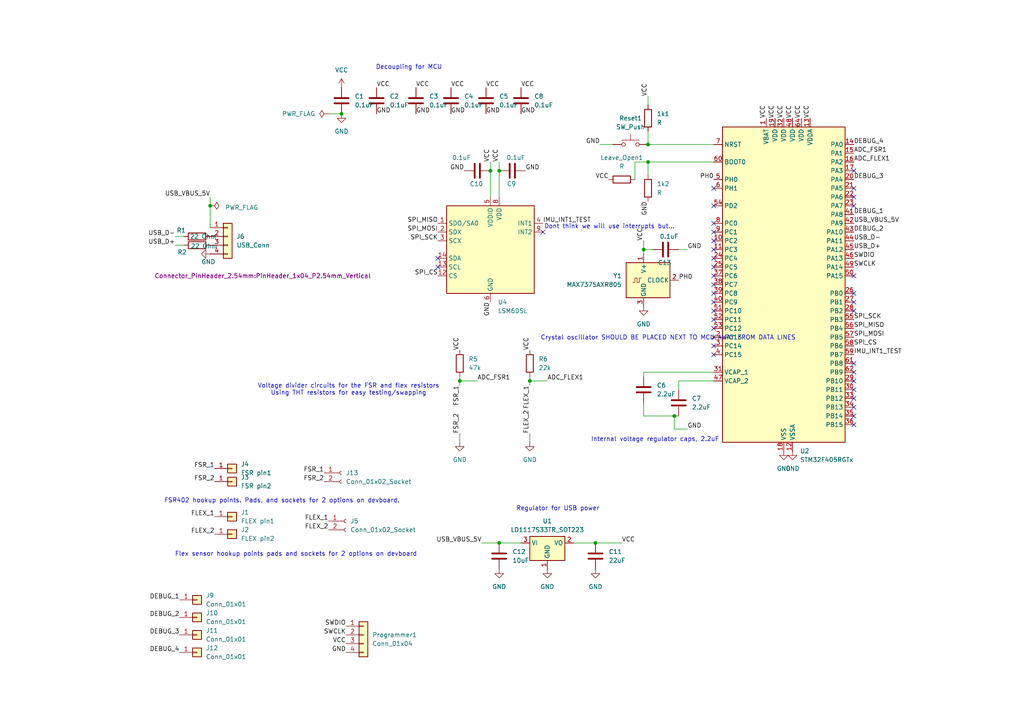
<source format=kicad_sch>
(kicad_sch (version 20250114) (generator "eeschema") (generator_version "9.0")
  (paper "A4")
  (lib_symbols
    (symbol "Connector:Conn_01x02_Socket" (pin_names (offset 1.016) (hide yes))
      (property "Reference" "J" (at 0 2.54 0))
      (property "Value" "Conn_01x02_Socket" (at 0 -5.08 0))
      (symbol "Conn_01x02_Socket_1_1"
        (polyline (pts (xy -1.27 0) (xy -0.508 0)) (stroke (width 0.1524)))
        (polyline (pts (xy -1.27 -2.54) (xy -0.508 -2.54)) (stroke (width 0.1524)))
        (arc (start 0 -0.508) (mid -0.5058 0) (end 0 0.508) (stroke (width 0.1524)))
        (arc (start 0 -3.048) (mid -0.5058 -2.54) (end 0 -2.032) (stroke (width 0.1524)))
        (pin passive line (at -5.08 0 0) (length 3.81) (name "Pin_1") (number "1"))
        (pin passive line (at -5.08 -2.54 0) (length 3.81) (name "Pin_2") (number "2"))
      )
    )
    (symbol "Connector_Generic:Conn_01x01" (pin_names (offset 1.016) (hide yes))
      (property "Reference" "J" (at 0 2.54 0))
      (property "Value" "Conn_01x01" (at 0 -2.54 0))
      (symbol "Conn_01x01_1_1"
        (rectangle (start -1.27 1.27) (end 1.27 -1.27) (stroke (width 0.254)) (fill (type background)))
        (rectangle (start -1.27 0.127) (end 0 -0.127) (stroke (width 0.1524)))
        (pin passive line (at -5.08 0 0) (length 3.81) (name "Pin_1") (number "1"))
      )
    )
    (symbol "Connector_Generic:Conn_01x04" (pin_names (offset 1.016) (hide yes))
      (property "Reference" "J" (at 0 5.08 0))
      (property "Value" "Conn_01x04" (at 0 -7.62 0))
      (symbol "Conn_01x04_1_1"
        (rectangle (start -1.27 3.81) (end 1.27 -6.35) (stroke (width 0.254)) (fill (type background)))
        (rectangle (start -1.27 2.667) (end 0 2.413) (stroke (width 0.1524)))
        (rectangle (start -1.27 0.127) (end 0 -0.127) (stroke (width 0.1524)))
        (rectangle (start -1.27 -2.413) (end 0 -2.667) (stroke (width 0.1524)))
        (rectangle (start -1.27 -4.953) (end 0 -5.207) (stroke (width 0.1524)))
        (pin passive line (at -5.08 2.54 0) (length 3.81) (name "Pin_1") (number "1"))
        (pin passive line (at -5.08 0 0) (length 3.81) (name "Pin_2") (number "2"))
        (pin passive line (at -5.08 -2.54 0) (length 3.81) (name "Pin_3") (number "3"))
        (pin passive line (at -5.08 -5.08 0) (length 3.81) (name "Pin_4") (number "4"))
      )
    )
    (symbol "Device:C" (pin_numbers (hide yes)) (pin_names (offset 0.254))
      (property "Reference" "C" (at 0.635 2.54 0))
      (property "Value" "C" (at 0.635 -2.54 0))
      (symbol "C_0_1"
        (polyline (pts (xy -2.032 0.762) (xy 2.032 0.762)) (stroke (width 0.508)))
        (polyline (pts (xy -2.032 -0.762) (xy 2.032 -0.762)) (stroke (width 0.508)))
      )
      (symbol "C_1_1"
        (pin passive line (at 0 3.81 270) (length 2.794) (name "~") (number "1"))
        (pin passive line (at 0 -3.81 90) (length 2.794) (name "~") (number "2"))
      )
    )
    (symbol "Device:R" (pin_numbers (hide yes)) (pin_names (offset 0))
      (property "Reference" "R" (at 2.032 0 90))
      (property "Value" "R" (at 0 0 90))
      (symbol "R_0_1"
        (rectangle (start -1.016 -2.54) (end 1.016 2.54) (stroke (width 0.254)))
      )
      (symbol "R_1_1"
        (pin passive line (at 0 3.81 270) (length 1.27) (name "~") (number "1"))
        (pin passive line (at 0 -3.81 90) (length 1.27) (name "~") (number "2"))
      )
    )
    (symbol "MCU_ST_STM32F4:STM32F405RGTx"
      (property "Reference" "U" (at -17.78 46.99 0))
      (property "Value" "STM32F405RGTx" (at 10.16 46.99 0))
      (symbol "STM32F405RGTx_0_1"
        (rectangle (start -17.78 -45.72) (end 17.78 45.72) (stroke (width 0.254)) (fill (type background)))
      )
      (symbol "STM32F405RGTx_1_1"
        (pin input line (at -20.32 40.64 0) (length 2.54) (name "NRST") (number "7"))
        (pin input line (at -20.32 35.56 0) (length 2.54) (name "BOOT0") (number "60"))
        (pin bidirectional line (at -20.32 30.48 0) (length 2.54) (name "PH0") (number "5"))
        (pin bidirectional line (at -20.32 27.94 0) (length 2.54) (name "PH1") (number "6"))
        (pin bidirectional line (at -20.32 22.86 0) (length 2.54) (name "PD2") (number "54"))
        (pin bidirectional line (at -20.32 17.78 0) (length 2.54) (name "PC0") (number "8"))
        (pin bidirectional line (at -20.32 15.24 0) (length 2.54) (name "PC1") (number "9"))
        (pin bidirectional line (at -20.32 12.7 0) (length 2.54) (name "PC2") (number "10"))
        (pin bidirectional line (at -20.32 10.16 0) (length 2.54) (name "PC3") (number "11"))
        (pin bidirectional line (at -20.32 7.62 0) (length 2.54) (name "PC4") (number "24"))
        (pin bidirectional line (at -20.32 5.08 0) (length 2.54) (name "PC5") (number "25"))
        (pin bidirectional line (at -20.32 2.54 0) (length 2.54) (name "PC6") (number "37"))
        (pin bidirectional line (at -20.32 0 0) (length 2.54) (name "PC7") (number "38"))
        (pin bidirectional line (at -20.32 -2.54 0) (length 2.54) (name "PC8") (number "39"))
        (pin bidirectional line (at -20.32 -5.08 0) (length 2.54) (name "PC9") (number "40"))
        (pin bidirectional line (at -20.32 -7.62 0) (length 2.54) (name "PC10") (number "51"))
        (pin bidirectional line (at -20.32 -10.16 0) (length 2.54) (name "PC11") (number "52"))
        (pin bidirectional line (at -20.32 -12.7 0) (length 2.54) (name "PC12") (number "53"))
        (pin bidirectional line (at -20.32 -15.24 0) (length 2.54) (name "PC13") (number "2"))
        (pin bidirectional line (at -20.32 -17.78 0) (length 2.54) (name "PC14") (number "3"))
        (pin bidirectional line (at -20.32 -20.32 0) (length 2.54) (name "PC15") (number "4"))
        (pin power_out line (at -20.32 -25.4 0) (length 2.54) (name "VCAP_1") (number "31"))
        (pin power_out line (at -20.32 -27.94 0) (length 2.54) (name "VCAP_2") (number "47"))
        (pin power_in line (at -5.08 48.26 270) (length 2.54) (name "VBAT") (number "1"))
        (pin power_in line (at -2.54 48.26 270) (length 2.54) (name "VDD") (number "19"))
        (pin power_in line (at 0 48.26 270) (length 2.54) (name "VDD") (number "32"))
        (pin power_in line (at 0 -48.26 90) (length 2.54) (name "VSS") (number "18"))
        (pin passive line (at 0 -48.26 90) (length 2.54) (hide yes) (name "VSS") (number "63"))
        (pin power_in line (at 2.54 48.26 270) (length 2.54) (name "VDD") (number "48"))
        (pin power_in line (at 2.54 -48.26 90) (length 2.54) (name "VSSA") (number "12"))
        (pin power_in line (at 5.08 48.26 270) (length 2.54) (name "VDD") (number "64"))
        (pin power_in line (at 7.62 48.26 270) (length 2.54) (name "VDDA") (number "13"))
        (pin bidirectional line (at 20.32 40.64 180) (length 2.54) (name "PA0") (number "14"))
        (pin bidirectional line (at 20.32 38.1 180) (length 2.54) (name "PA1") (number "15"))
        (pin bidirectional line (at 20.32 35.56 180) (length 2.54) (name "PA2") (number "16"))
        (pin bidirectional line (at 20.32 33.02 180) (length 2.54) (name "PA3") (number "17"))
        (pin bidirectional line (at 20.32 30.48 180) (length 2.54) (name "PA4") (number "20"))
        (pin bidirectional line (at 20.32 27.94 180) (length 2.54) (name "PA5") (number "21"))
        (pin bidirectional line (at 20.32 25.4 180) (length 2.54) (name "PA6") (number "22"))
        (pin bidirectional line (at 20.32 22.86 180) (length 2.54) (name "PA7") (number "23"))
        (pin bidirectional line (at 20.32 20.32 180) (length 2.54) (name "PA8") (number "41"))
        (pin bidirectional line (at 20.32 17.78 180) (length 2.54) (name "PA9") (number "42"))
        (pin bidirectional line (at 20.32 15.24 180) (length 2.54) (name "PA10") (number "43"))
        (pin bidirectional line (at 20.32 12.7 180) (length 2.54) (name "PA11") (number "44"))
        (pin bidirectional line (at 20.32 10.16 180) (length 2.54) (name "PA12") (number "45"))
        (pin bidirectional line (at 20.32 7.62 180) (length 2.54) (name "PA13") (number "46"))
        (pin bidirectional line (at 20.32 5.08 180) (length 2.54) (name "PA14") (number "49"))
        (pin bidirectional line (at 20.32 2.54 180) (length 2.54) (name "PA15") (number "50"))
        (pin bidirectional line (at 20.32 -2.54 180) (length 2.54) (name "PB0") (number "26"))
        (pin bidirectional line (at 20.32 -5.08 180) (length 2.54) (name "PB1") (number "27"))
        (pin bidirectional line (at 20.32 -7.62 180) (length 2.54) (name "PB2") (number "28"))
        (pin bidirectional line (at 20.32 -10.16 180) (length 2.54) (name "PB3") (number "55"))
        (pin bidirectional line (at 20.32 -12.7 180) (length 2.54) (name "PB4") (number "56"))
        (pin bidirectional line (at 20.32 -15.24 180) (length 2.54) (name "PB5") (number "57"))
        (pin bidirectional line (at 20.32 -17.78 180) (length 2.54) (name "PB6") (number "58"))
        (pin bidirectional line (at 20.32 -20.32 180) (length 2.54) (name "PB7") (number "59"))
        (pin bidirectional line (at 20.32 -22.86 180) (length 2.54) (name "PB8") (number "61"))
        (pin bidirectional line (at 20.32 -25.4 180) (length 2.54) (name "PB9") (number "62"))
        (pin bidirectional line (at 20.32 -27.94 180) (length 2.54) (name "PB10") (number "29"))
        (pin bidirectional line (at 20.32 -30.48 180) (length 2.54) (name "PB11") (number "30"))
        (pin bidirectional line (at 20.32 -33.02 180) (length 2.54) (name "PB12") (number "33"))
        (pin bidirectional line (at 20.32 -35.56 180) (length 2.54) (name "PB13") (number "34"))
        (pin bidirectional line (at 20.32 -38.1 180) (length 2.54) (name "PB14") (number "35"))
        (pin bidirectional line (at 20.32 -40.64 180) (length 2.54) (name "PB15") (number "36"))
      )
    )
    (symbol "Oscillator:MAX7375AXR805" (pin_names (offset 0.254))
      (property "Reference" "Y" (at -2.54 6.35 0))
      (property "Value" "MAX7375AXR805" (at 1.27 -6.35 0))
      (symbol "MAX7375AXR805_0_1"
        (rectangle (start -5.08 5.08) (end 7.62 -5.08) (stroke (width 0.254)) (fill (type background)))
        (polyline (pts (xy -3.175 -0.635) (xy -2.54 -0.635) (xy -2.54 0.635) (xy -1.905 0.635) (xy -1.905 -0.635) (xy -1.27 -0.635) (xy -1.27 0.635) (xy -0.635 0.635)))
      )
      (symbol "MAX7375AXR805_1_1"
        (pin power_in line (at 0 7.62 270) (length 2.54) (name "V+") (number "1"))
        (pin power_in line (at 0 -7.62 90) (length 2.54) (name "GND") (number "3"))
        (pin output line (at 10.16 0 180) (length 2.54) (name "CLOCK") (number "2"))
      )
    )
    (symbol "Regulator_Linear:LD1117S33TR_SOT223"
      (property "Reference" "U" (at -3.81 3.175 0))
      (property "Value" "LD1117S33TR_SOT223" (at 0 3.175 0))
      (symbol "LD1117S33TR_SOT223_0_1"
        (rectangle (start -5.08 -5.08) (end 5.08 1.905) (stroke (width 0.254)) (fill (type background)))
      )
      (symbol "LD1117S33TR_SOT223_1_1"
        (pin power_in line (at -7.62 0 0) (length 2.54) (name "VI") (number "3"))
        (pin power_in line (at 0 -7.62 90) (length 2.54) (name "GND") (number "1"))
        (pin power_out line (at 7.62 0 180) (length 2.54) (name "VO") (number "2"))
      )
    )
    (symbol "Sensor_Motion:LSM6DSL"
      (property "Reference" "U" (at -11.43 15.24 0))
      (property "Value" "LSM6DSL" (at -11.43 12.7 0))
      (symbol "LSM6DSL_0_1"
        (rectangle (start -12.7 12.7) (end 12.7 -12.7) (stroke (width 0.254)) (fill (type background)))
      )
      (symbol "LSM6DSL_1_1"
        (pin bidirectional line (at -15.24 7.62 0) (length 2.54) (name "SDO/SA0") (number "1"))
        (pin bidirectional line (at -15.24 5.08 0) (length 2.54) (name "SDX") (number "2"))
        (pin input line (at -15.24 2.54 0) (length 2.54) (name "SCX") (number "3"))
        (pin bidirectional line (at -15.24 -2.54 0) (length 2.54) (name "SDA") (number "14"))
        (pin input line (at -15.24 -5.08 0) (length 2.54) (name "SCL") (number "13"))
        (pin input line (at -15.24 -7.62 0) (length 2.54) (name "CS") (number "12"))
        (pin power_in line (at 0 15.24 270) (length 2.54) (name "VDDIO") (number "5"))
        (pin power_in line (at 0 -15.24 90) (length 2.54) (name "GND") (number "6"))
        (pin passive line (at 0 -15.24 90) (length 2.54) (hide yes) (name "GND") (number "7"))
        (pin power_in line (at 2.54 15.24 270) (length 2.54) (name "VDD") (number "8"))
        (pin no_connect line (at 12.7 -2.54 180) (length 3.81) (hide yes) (name "NC") (number "11"))
        (pin no_connect line (at 12.7 -5.08 180) (length 3.81) (hide yes) (name "NC") (number "10"))
        (pin output line (at 15.24 7.62 180) (length 2.54) (name "INT1") (number "4"))
        (pin output line (at 15.24 5.08 180) (length 2.54) (name "INT2") (number "9"))
      )
    )
    (symbol "Switch:SW_Push" (pin_numbers (hide yes)) (pin_names (offset 1.016) (hide yes))
      (property "Reference" "SW" (at 1.27 2.54 0))
      (property "Value" "SW_Push" (at 0 -1.524 0))
      (symbol "SW_Push_0_1"
        (circle (center -2.032 0) (radius 0.508))
        (polyline (pts (xy 0 1.27) (xy 0 3.048)))
        (circle (center 2.032 0) (radius 0.508))
        (polyline (pts (xy 2.54 1.27) (xy -2.54 1.27)))
        (pin passive line (at -5.08 0 0) (length 2.54) (name "1") (number "1"))
        (pin passive line (at 5.08 0 180) (length 2.54) (name "2") (number "2"))
      )
    )
    (symbol "power:+3.3V" (power) (pin_numbers (hide yes)) (pin_names (offset 0) (hide yes))
      (property "Value" "+3.3V" (at 0 3.556 0))
      (symbol "+3.3V_0_1"
        (polyline (pts (xy -0.762 1.27) (xy 0 2.54)))
        (polyline (pts (xy 0 2.54) (xy 0.762 1.27)))
        (polyline (pts (xy 0 0) (xy 0 2.54)))
      )
      (symbol "+3.3V_1_1"
        (pin power_in line (at 0 0 90) (length 0) (name "~") (number "1"))
      )
    )
    (symbol "power:GND" (power) (pin_numbers (hide yes)) (pin_names (offset 0) (hide yes))
      (property "Value" "GND" (at 0 -3.81 0))
      (symbol "GND_0_1"
        (polyline (pts (xy 0 0) (xy 0 -1.27) (xy 1.27 -1.27) (xy 0 -2.54) (xy -1.27 -1.27) (xy 0 -1.27)))
      )
      (symbol "GND_1_1"
        (pin power_in line (at 0 0 270) (length 0) (name "~") (number "1"))
      )
    )
    (symbol "power:PWR_FLAG" (power) (pin_numbers (hide yes)) (pin_names (offset 0) (hide yes))
      (property "Value" "PWR_FLAG" (at 0 3.81 0))
      (symbol "PWR_FLAG_0_0"
        (pin power_out line (at 0 0 90) (length 0) (name "~") (number "1"))
      )
      (symbol "PWR_FLAG_0_1"
        (polyline (pts (xy 0 0) (xy 0 1.27) (xy -1.016 1.905) (xy 0 2.54) (xy 1.016 1.905) (xy 0 1.27)))
      )
    )
  )
  (text "FSR402 hookup points. Pads, and sockets for 2 options on devboard." (at 81.788 145.288 0) (effects (font (size 1.27 1.27))))
  (text "Regulator for USB power" (at 161.798 147.574 0) (effects (font (size 1.27 1.27))))
  (text "Internal voltage regulator caps, 2.2uF" (at 189.992 127.508 0) (effects (font (size 1.27 1.27))))
  (text "Decoupling for MCU\n" (at 118.618 19.558 0) (effects (font (size 1.27 1.27))))
  (text "Crystal oscillator SHOULD BE PLACED NEXT TO MCU AWAY FROM DATA LINES\n" (at 193.802 98.044 0) (effects (font (size 1.27 1.27))))
  (text "Voltage divider circuits for the FSR and flex resistors\nUsing THT resistors for easy testing/swapping" (at 101.092 113.03 0) (effects (font (size 1.27 1.27))))
  (text "Dont think we will use interrupts but...\n" (at 176.784 65.786 0) (effects (font (size 1.27 1.27))))
  (text "Flex sensor hookup points pads and sockets for 2 options on devboard" (at 85.852 160.782 0) (effects (font (size 1.27 1.27))))
  (junction (at 187.96 46.99))
  (junction (at 186.69 72.39))
  (junction (at 172.72 157.48))
  (junction (at 144.78 157.48))
  (junction (at 187.96 41.91))
  (junction (at 133.35 110.49))
  (junction (at 142.24 49.53))
  (junction (at 144.78 49.53))
  (junction (at 195.58 120.65))
  (junction (at 60.96 59.69))
  (junction (at 153.67 110.49))
  (junction (at 99.06 33.02))
  (no_connect (at 207.01 54.61))
  (no_connect (at 247.65 87.63))
  (no_connect (at 127 74.93))
  (no_connect (at 207.01 80.01))
  (no_connect (at 247.65 110.49))
  (no_connect (at 247.65 80.01))
  (no_connect (at 247.65 105.41))
  (no_connect (at 247.65 59.69))
  (no_connect (at 207.01 85.09))
  (no_connect (at 247.65 118.11))
  (no_connect (at 207.01 92.71))
  (no_connect (at 207.01 64.77))
  (no_connect (at 247.65 54.61))
  (no_connect (at 207.01 100.33))
  (no_connect (at 247.65 123.19))
  (no_connect (at 207.01 74.93))
  (no_connect (at 207.01 82.55))
  (no_connect (at 207.01 90.17))
  (no_connect (at 207.01 102.87))
  (no_connect (at 207.01 87.63))
  (no_connect (at 247.65 57.15))
  (no_connect (at 247.65 120.65))
  (no_connect (at 207.01 59.69))
  (no_connect (at 247.65 90.17))
  (no_connect (at 207.01 69.85))
  (no_connect (at 247.65 115.57))
  (no_connect (at 157.48 67.31))
  (no_connect (at 207.01 95.25))
  (no_connect (at 247.65 107.95))
  (no_connect (at 207.01 97.79))
  (no_connect (at 247.65 113.03))
  (no_connect (at 207.01 67.31))
  (no_connect (at 127 77.47))
  (no_connect (at 207.01 77.47))
  (no_connect (at 207.01 72.39))
  (no_connect (at 247.65 85.09))
  (no_connect (at 247.65 49.53))
  (wire (pts (xy 153.67 128.27) (xy 153.67 125.73)))
  (wire (pts (xy 50.8 71.12) (xy 53.34 71.12)))
  (wire (pts (xy 186.69 69.85) (xy 186.69 72.39)))
  (wire (pts (xy 50.8 68.58) (xy 53.34 68.58)))
  (wire (pts (xy 153.67 110.49) (xy 158.75 110.49)))
  (wire (pts (xy 142.24 46.99) (xy 142.24 49.53)))
  (wire (pts (xy 186.69 116.84) (xy 186.69 120.65)))
  (wire (pts (xy 196.85 110.49) (xy 196.85 113.03)))
  (wire (pts (xy 186.69 107.95) (xy 207.01 107.95)))
  (wire (pts (xy 184.15 46.99) (xy 187.96 46.99)))
  (wire (pts (xy 196.85 72.39) (xy 199.39 72.39)))
  (wire (pts (xy 133.35 128.27) (xy 133.35 125.73)))
  (wire (pts (xy 133.35 110.49) (xy 133.35 109.22)))
  (wire (pts (xy 144.78 46.99) (xy 144.78 49.53)))
  (wire (pts (xy 153.67 110.49) (xy 153.67 109.22)))
  (wire (pts (xy 133.35 110.49) (xy 138.43 110.49)))
  (wire (pts (xy 180.34 157.48) (xy 172.72 157.48)))
  (wire (pts (xy 195.58 120.65) (xy 196.85 120.65)))
  (wire (pts (xy 187.96 38.1) (xy 187.96 41.91)))
  (wire (pts (xy 173.99 41.91) (xy 177.8 41.91)))
  (wire (pts (xy 199.39 124.46) (xy 195.58 124.46)))
  (wire (pts (xy 187.96 27.94) (xy 187.96 30.48)))
  (wire (pts (xy 195.58 124.46) (xy 195.58 120.65)))
  (wire (pts (xy 186.69 72.39) (xy 186.69 73.66)))
  (wire (pts (xy 60.96 59.69) (xy 60.96 66.04)))
  (wire (pts (xy 186.69 120.65) (xy 195.58 120.65)))
  (wire (pts (xy 153.67 111.76) (xy 153.67 110.49)))
  (wire (pts (xy 142.24 49.53) (xy 142.24 57.15)))
  (wire (pts (xy 139.7 157.48) (xy 144.78 157.48)))
  (wire (pts (xy 172.72 157.48) (xy 166.37 157.48)))
  (wire (pts (xy 144.78 157.48) (xy 151.13 157.48)))
  (wire (pts (xy 186.69 109.22) (xy 186.69 107.95)))
  (wire (pts (xy 187.96 46.99) (xy 187.96 50.8)))
  (wire (pts (xy 60.96 57.15) (xy 60.96 59.69)))
  (wire (pts (xy 189.23 72.39) (xy 186.69 72.39)))
  (wire (pts (xy 187.96 41.91) (xy 207.01 41.91)))
  (wire (pts (xy 187.96 46.99) (xy 207.01 46.99)))
  (wire (pts (xy 95.25 33.02) (xy 99.06 33.02)))
  (wire (pts (xy 196.85 110.49) (xy 207.01 110.49)))
  (wire (pts (xy 144.78 49.53) (xy 144.78 57.15)))
  (wire (pts (xy 184.15 46.99) (xy 184.15 52.07)))
  (wire (pts (xy 133.35 111.76) (xy 133.35 110.49)))
  (label "VCC" (at 234.95 34.29 90))
  (label "FSR_1" (at 133.35 111.76 270))
  (label "FLEX_1" (at 62.23 149.86 180))
  (label "DEBUG_4" (at 247.65 41.91 0))
  (label "GND" (at 151.13 33.02 0))
  (label "PH0" (at 196.85 81.28 0))
  (label "VCC" (at 229.87 34.29 90))
  (label "USB_D-" (at 50.8 68.58 180))
  (label "ADC_FSR1" (at 138.43 110.49 0))
  (label "DEBUG_1" (at 247.65 62.23 0))
  (label "IMU_INT1_TEST" (at 157.48 64.77 0))
  (label "DEBUG_3" (at 247.65 52.07 0))
  (label "SWCLK" (at 247.65 77.47 0))
  (label "USB_D+" (at 50.8 71.12 180))
  (label "GND" (at 130.81 33.02 0))
  (label "ADC_FSR1" (at 247.65 44.45 0))
  (label "VCC" (at 133.35 101.6 90))
  (label "VCC" (at 187.96 27.94 90))
  (label "FLEX_2" (at 153.67 125.73 90))
  (label "USB_D-" (at 247.65 69.85 0))
  (label "SPI_CS" (at 127 80.01 180))
  (label "VCC" (at 109.22 25.4 0))
  (label "FSR_2" (at 93.98 139.7 180))
  (label "DEBUG_4" (at 52.07 189.23 180))
  (label "SPI_MOSI" (at 127 67.31 180))
  (label "SPI_MISO" (at 247.65 95.25 0))
  (label "GND" (at 120.65 33.02 0))
  (label "GND" (at 152.4 49.53 0))
  (label "FLEX_1" (at 153.67 111.76 270))
  (label "VCC" (at 151.13 25.4 0))
  (label "VCC" (at 100.33 186.69 180))
  (label "VCC" (at 140.97 25.4 0))
  (label "SPI_CS" (at 247.65 100.33 0))
  (label "VCC" (at 144.78 46.99 90))
  (label "GND" (at 140.97 33.02 0))
  (label "GND" (at 199.39 72.39 0))
  (label "VCC" (at 120.65 25.4 0))
  (label "FLEX_1" (at 95.25 151.13 180))
  (label "FSR_2" (at 62.23 139.7 180))
  (label "USB_VBUS_5V" (at 60.96 57.15 180))
  (label "VCC" (at 153.67 101.6 90))
  (label "VCC" (at 176.53 52.07 180))
  (label "GND" (at 187.96 58.42 270))
  (label "SPI_SCK" (at 127 69.85 180))
  (label "SWDIO" (at 100.33 181.61 180))
  (label "ADC_FLEX1" (at 158.75 110.49 0))
  (label "VCC" (at 222.25 34.29 90))
  (label "DEBUG_3" (at 52.07 184.15 180))
  (label "USB_D+" (at 247.65 72.39 0))
  (label "FSR_1" (at 93.98 137.16 180))
  (label "VCC" (at 180.34 157.48 0))
  (label "PH0" (at 207.01 52.07 180))
  (label "GND" (at 173.99 41.91 180))
  (label "VCC" (at 142.24 46.99 90))
  (label "DEBUG_1" (at 52.07 173.99 180))
  (label "VCC" (at 186.69 69.85 90))
  (label "GND" (at 134.62 49.53 180))
  (label "FSR_1" (at 62.23 135.89 180))
  (label "IMU_INT1_TEST" (at 247.65 102.87 0))
  (label "DEBUG_2" (at 247.65 67.31 0))
  (label "FSR_2" (at 133.35 125.73 90))
  (label "GND" (at 109.22 33.02 0))
  (label "USB_VBUS_5V" (at 247.65 64.77 0))
  (label "FLEX_2" (at 95.25 153.67 180))
  (label "GND" (at 199.39 124.46 0))
  (label "SWDIO" (at 247.65 74.93 0))
  (label "DEBUG_2" (at 52.07 179.07 180))
  (label "FLEX_2" (at 62.23 154.94 180))
  (label "VCC" (at 227.33 34.29 90))
  (label "VCC" (at 130.81 25.4 0))
  (label "GND" (at 142.24 87.63 270))
  (label "GND" (at 100.33 189.23 180))
  (label "SPI_MOSI" (at 247.65 97.79 0))
  (label "SPI_SCK" (at 247.65 92.71 0))
  (label "SWCLK" (at 100.33 184.15 180))
  (label "VCC" (at 232.41 34.29 90))
  (label "USB_VBUS_5V" (at 139.7 157.48 180))
  (label "ADC_FLEX1" (at 247.65 46.99 0))
  (label "SPI_MISO" (at 127 64.77 180))
  (label "VCC" (at 224.79 34.29 90))
  (symbol (lib_id "power:GND") (at 133.35 128.27 0) (unit 1)
    (property "Reference" "#PWR09" (effects (hide yes)))
    (property "Value" "GND" (at 133.35 133.35 0))
    (property "Description" "Power symbol creates a global label with name \"GND\" , ground" (effects (hide yes)))
  )
  (symbol (lib_id "Device:C") (at 99.06 29.21 0) (unit 1)
    (property "Reference" "C1" (at 102.87 27.9399 0) (effects (justify left)))
    (property "Value" "0.1uF" (at 102.87 30.4799 0) (effects (justify left)))
    (property "Footprint" "Capacitor_SMD:C_0603_1608Metric_Pad1.08x0.95mm_HandSolder" (effects (hide yes)))
    (property "Description" "Unpolarized capacitor" (effects (hide yes)))
  )
  (symbol (lib_id "power:GND") (at 144.78 165.1 0) (unit 1)
    (property "Reference" "#PWR05" (effects (hide yes)))
    (property "Value" "GND" (at 144.78 170.18 0))
    (property "Description" "Power symbol creates a global label with name \"GND\" , ground" (effects (hide yes)))
  )
  (symbol (lib_id "power:GND") (at 60.96 73.66 270) (unit 1)
    (property "Reference" "#PWR03" (effects (hide yes)))
    (property "Value" "GND" (at 62.484 75.946 90) (effects (justify right)))
    (property "Description" "Power symbol creates a global label with name \"GND\" , ground" (effects (hide yes)))
  )
  (symbol (lib_id "Oscillator:MAX7375AXR805") (at 186.69 81.28 0) (unit 1)
    (property "Reference" "Y1" (at 180.34 80.0099 0) (effects (justify right)))
    (property "Value" "MAX7375AXR805" (at 180.34 82.5499 0) (effects (justify right)))
    (property "Footprint" "Package_TO_SOT_SMD:SOT-323_SC-70" (effects (hide yes)))
    (property "Datasheet" "https://datasheets.maximintegrated.com/en/ds/MAX7375.pdf" (effects (hide yes)))
    (property "Description" "Silicon Clock Oscillator 8MHz, SC-70-3" (effects (hide yes)))
  )
  (symbol (lib_id "power:GND") (at 158.75 165.1 0) (unit 1)
    (property "Reference" "#PWR04" (effects (hide yes)))
    (property "Value" "GND" (at 158.75 170.18 0))
    (property "Description" "Power symbol creates a global label with name \"GND\" , ground" (effects (hide yes)))
  )
  (symbol (lib_id "Connector_Generic:Conn_01x01") (at 67.31 154.94 0) (unit 1)
    (property "Reference" "J2" (at 69.85 153.6699 0) (effects (justify left)))
    (property "Value" "FLEX pin2" (at 69.85 156.2099 0) (effects (justify left)))
    (property "Footprint" "TestPoint:TestPoint_Pad_1.5x1.5mm" (effects (hide yes)))
    (property "Description" "Generic connector, single row, 01x01, script generated (kicad-library-utils/schlib/autogen/connector/)" (effects (hide yes)))
  )
  (symbol (lib_id "power:GND") (at 186.69 88.9 0) (unit 1)
    (property "Reference" "#PWR011" (effects (hide yes)))
    (property "Value" "GND" (at 186.69 93.98 0))
    (property "Description" "Power symbol creates a global label with name \"GND\" , ground" (effects (hide yes)))
  )
  (symbol (lib_id "Connector_Generic:Conn_01x04") (at 105.41 184.15 0) (unit 1)
    (property "Reference" "Programmer1" (at 107.95 184.1499 0) (effects (justify left)))
    (property "Value" "Conn_01x04" (at 107.95 186.6899 0) (effects (justify left)))
    (property "Footprint" "Connector_PinHeader_2.54mm:PinHeader_1x04_P2.54mm_Vertical" (effects (hide yes)))
    (property "Description" "Generic connector, single row, 01x04, script generated (kicad-library-utils/schlib/autogen/connector/)" (effects (hide yes)))
  )
  (symbol (lib_id "Connector_Generic:Conn_01x01") (at 67.31 135.89 0) (unit 1)
    (property "Reference" "J4" (at 69.85 134.6199 0) (effects (justify left)))
    (property "Value" "FSR pin1" (at 69.85 137.1599 0) (effects (justify left)))
    (property "Footprint" "TestPoint:TestPoint_Pad_1.5x1.5mm" (effects (hide yes)))
    (property "Description" "Generic connector, single row, 01x01, script generated (kicad-library-utils/schlib/autogen/connector/)" (effects (hide yes)))
  )
  (symbol (lib_id "Device:R") (at 180.34 52.07 270) (unit 1)
    (property "Reference" "Leave_Open1" (at 180.34 45.72 90))
    (property "Value" "R" (at 180.34 48.26 90))
    (property "Footprint" "Resistor_THT:R_Axial_DIN0204_L3.6mm_D1.6mm_P7.62mm_Horizontal" (effects (hide yes)))
    (property "Description" "Resistor" (effects (hide yes)))
  )
  (symbol (lib_id "Connector_Generic:Conn_01x01") (at 57.15 173.99 0) (unit 1)
    (property "Reference" "J9" (at 59.69 172.7199 0) (effects (justify left)))
    (property "Value" "Conn_01x01" (at 59.69 175.2599 0) (effects (justify left)))
    (property "Footprint" "TestPoint:TestPoint_Pad_1.5x1.5mm" (effects (hide yes)))
    (property "Description" "Generic connector, single row, 01x01, script generated (kicad-library-utils/schlib/autogen/connector/)" (effects (hide yes)))
  )
  (symbol (lib_id "power:PWR_FLAG") (at 95.25 33.02 90) (unit 1)
    (property "Reference" "#FLG02" (effects (hide yes)))
    (property "Value" "PWR_FLAG" (at 91.44 33.0199 90) (effects (justify left)))
    (property "Description" "Special symbol for telling ERC where power comes from" (effects (hide yes)))
  )
  (symbol (lib_id "Connector_Generic:Conn_01x01") (at 67.31 139.7 0) (unit 1)
    (property "Reference" "J3" (at 69.85 138.4299 0) (effects (justify left)))
    (property "Value" "FSR pin2" (at 69.85 140.9699 0) (effects (justify left)))
    (property "Footprint" "TestPoint:TestPoint_Pad_1.5x1.5mm" (effects (hide yes)))
    (property "Description" "Generic connector, single row, 01x01, script generated (kicad-library-utils/schlib/autogen/connector/)" (effects (hide yes)))
  )
  (symbol (lib_id "Device:R") (at 57.15 71.12 90) (unit 1)
    (property "Reference" "R2" (at 52.832 73.152 90))
    (property "Value" "22 Ohm" (at 59.182 71.374 90))
    (property "Footprint" "Capacitor_SMD:C_0603_1608Metric_Pad1.08x0.95mm_HandSolder" (effects (hide yes)))
    (property "Description" "Resistor" (effects (hide yes)))
  )
  (symbol (lib_id "power:PWR_FLAG") (at 60.96 59.69 270) (unit 1)
    (property "Reference" "#FLG03" (effects (hide yes)))
    (property "Value" "PWR_FLAG" (at 70.104 60.198 90))
    (property "Description" "Special symbol for telling ERC where power comes from" (effects (hide yes)))
  )
  (symbol (lib_id "Device:R") (at 187.96 34.29 0) (unit 1)
    (property "Reference" "1k1" (at 190.5 33.0199 0) (effects (justify left)))
    (property "Value" "R" (at 190.5 35.5599 0) (effects (justify left)))
    (property "Footprint" "Resistor_SMD:R_0603_1608Metric_Pad0.98x0.95mm_HandSolder" (effects (hide yes)))
    (property "Description" "Resistor" (effects (hide yes)))
  )
  (symbol (lib_id "Device:C") (at 130.81 29.21 0) (unit 1)
    (property "Reference" "C4" (at 134.62 27.9399 0) (effects (justify left)))
    (property "Value" "0.1uF" (at 134.62 30.4799 0) (effects (justify left)))
    (property "Footprint" "Capacitor_SMD:C_0603_1608Metric_Pad1.08x0.95mm_HandSolder" (effects (hide yes)))
    (property "Description" "Unpolarized capacitor" (effects (hide yes)))
  )
  (symbol (lib_id "Device:C") (at 172.72 161.29 0) (unit 1)
    (property "Reference" "C11" (at 176.53 160.0199 0) (effects (justify left)))
    (property "Value" "22uF" (at 176.53 162.5599 0) (effects (justify left)))
    (property "Footprint" "Capacitor_SMD:C_0603_1608Metric_Pad1.08x0.95mm_HandSolder" (effects (hide yes)))
    (property "Description" "Unpolarized capacitor" (effects (hide yes)))
  )
  (symbol (lib_id "Connector:Conn_01x02_Socket") (at 100.33 151.13 0) (unit 1)
    (property "Reference" "J5" (at 101.6 151.1299 0) (effects (justify left)))
    (property "Value" "Conn_01x02_Socket" (at 101.6 153.6699 0) (effects (justify left)))
    (property "Footprint" "Connector_PinHeader_2.54mm:PinHeader_1x02_P2.54mm_Vertical" (effects (hide yes)))
    (property "Description" "Generic connector, single row, 01x02, script generated" (effects (hide yes)))
  )
  (symbol (lib_id "power:+3.3V") (at 99.06 25.4 0) (unit 1)
    (property "Reference" "#PWR01" (effects (hide yes)))
    (property "Value" "VCC" (at 99.06 20.32 0))
    (property "Description" "Power symbol creates a global label with name \"+3.3V\"" (effects (hide yes)))
  )
  (symbol (lib_id "Connector_Generic:Conn_01x04") (at 66.04 68.58 0) (unit 1)
    (property "Reference" "J6" (at 68.58 68.5799 0) (effects (justify left)))
    (property "Value" "USB_Conn" (at 68.58 71.1199 0) (effects (justify left)))
    (property "Footprint" "Connector_PinHeader_2.54mm:PinHeader_1x04_P2.54mm_Vertical" (at 76.2 80.01 0))
    (property "Description" "Generic connector, single row, 01x04, script generated (kicad-library-utils/schlib/autogen/connector/)" (effects (hide yes)))
  )
  (symbol (lib_id "Device:R") (at 133.35 105.41 0) (unit 1)
    (property "Reference" "R5" (at 135.89 104.1399 0) (effects (justify left)))
    (property "Value" "47k" (at 135.89 106.6799 0) (effects (justify left)))
    (property "Footprint" "Resistor_THT:R_Axial_DIN0207_L6.3mm_D2.5mm_P10.16mm_Horizontal" (effects (hide yes)))
    (property "Description" "Resistor" (effects (hide yes)))
  )
  (symbol (lib_id "Device:C") (at 186.69 113.03 0) (unit 1)
    (property "Reference" "C6" (at 190.5 111.7599 0) (effects (justify left)))
    (property "Value" "2.2uF" (at 190.5 114.2999 0) (effects (justify left)))
    (property "Footprint" "Capacitor_SMD:C_0603_1608Metric_Pad1.08x0.95mm_HandSolder" (effects (hide yes)))
    (property "Description" "Unpolarized capacitor" (effects (hide yes)))
  )
  (symbol (lib_id "Device:R") (at 187.96 54.61 0) (unit 1)
    (property "Reference" "1k2" (at 190.5 53.3399 0) (effects (justify left)))
    (property "Value" "R" (at 190.5 55.8799 0) (effects (justify left)))
    (property "Footprint" "Resistor_SMD:R_0603_1608Metric_Pad0.98x0.95mm_HandSolder" (effects (hide yes)))
    (property "Description" "Resistor" (effects (hide yes)))
  )
  (symbol (lib_id "power:GND") (at 227.33 130.81 0) (unit 1)
    (property "Reference" "#PWR07" (effects (hide yes)))
    (property "Value" "GND" (at 227.33 135.89 0))
    (property "Description" "Power symbol creates a global label with name \"GND\" , ground" (effects (hide yes)))
  )
  (symbol (lib_id "Connector_Generic:Conn_01x01") (at 57.15 189.23 0) (unit 1)
    (property "Reference" "J12" (at 59.69 187.9599 0) (effects (justify left)))
    (property "Value" "Conn_01x01" (at 59.69 190.4999 0) (effects (justify left)))
    (property "Footprint" "TestPoint:TestPoint_Pad_1.5x1.5mm" (effects (hide yes)))
    (property "Description" "Generic connector, single row, 01x01, script generated (kicad-library-utils/schlib/autogen/connector/)" (effects (hide yes)))
  )
  (symbol (lib_id "Device:C") (at 109.22 29.21 0) (unit 1)
    (property "Reference" "C2" (at 113.03 27.9399 0) (effects (justify left)))
    (property "Value" "0.1uF" (at 113.03 30.4799 0) (effects (justify left)))
    (property "Footprint" "Capacitor_SMD:C_0603_1608Metric_Pad1.08x0.95mm_HandSolder" (effects (hide yes)))
    (property "Description" "Unpolarized capacitor" (effects (hide yes)))
  )
  (symbol (lib_id "Device:C") (at 151.13 29.21 0) (unit 1)
    (property "Reference" "C8" (at 154.94 27.9399 0) (effects (justify left)))
    (property "Value" "0.1uF" (at 154.94 30.4799 0) (effects (justify left)))
    (property "Footprint" "Capacitor_SMD:C_0603_1608Metric_Pad1.08x0.95mm_HandSolder" (effects (hide yes)))
    (property "Description" "Unpolarized capacitor" (effects (hide yes)))
  )
  (symbol (lib_id "Device:C") (at 196.85 116.84 0) (unit 1)
    (property "Reference" "C7" (at 200.66 115.5699 0) (effects (justify left)))
    (property "Value" "2.2uF" (at 200.66 118.1099 0) (effects (justify left)))
    (property "Footprint" "Capacitor_SMD:C_0603_1608Metric_Pad1.08x0.95mm_HandSolder" (effects (hide yes)))
    (property "Description" "Unpolarized capacitor" (effects (hide yes)))
  )
  (symbol (lib_id "power:GND") (at 99.06 33.02 0) (unit 1)
    (property "Reference" "#PWR02" (effects (hide yes)))
    (property "Value" "GND" (at 99.06 38.1 0))
    (property "Description" "Power symbol creates a global label with name \"GND\" , ground" (effects (hide yes)))
  )
  (symbol (lib_id "Connector_Generic:Conn_01x01") (at 67.31 149.86 0) (unit 1)
    (property "Reference" "J1" (at 69.85 148.5899 0) (effects (justify left)))
    (property "Value" "FLEX pin1" (at 69.85 151.1299 0) (effects (justify left)))
    (property "Footprint" "TestPoint:TestPoint_Pad_1.5x1.5mm" (effects (hide yes)))
    (property "Description" "Generic connector, single row, 01x01, script generated (kicad-library-utils/schlib/autogen/connector/)" (effects (hide yes)))
  )
  (symbol (lib_id "power:GND") (at 229.87 130.81 0) (unit 1)
    (property "Reference" "#PWR08" (effects (hide yes)))
    (property "Value" "GND" (at 229.87 135.89 0))
    (property "Description" "Power symbol creates a global label with name \"GND\" , ground" (effects (hide yes)))
  )
  (symbol (lib_id "Connector:Conn_01x02_Socket") (at 99.06 137.16 0) (unit 1)
    (property "Reference" "J13" (at 100.33 137.1599 0) (effects (justify left)))
    (property "Value" "Conn_01x02_Socket" (at 100.33 139.6999 0) (effects (justify left)))
    (property "Footprint" "Connector_PinHeader_2.54mm:PinHeader_1x02_P2.54mm_Vertical" (effects (hide yes)))
    (property "Description" "Generic connector, single row, 01x02, script generated" (effects (hide yes)))
  )
  (symbol (lib_id "Regulator_Linear:LD1117S33TR_SOT223") (at 158.75 157.48 0) (unit 1)
    (property "Reference" "U1" (at 158.75 151.13 0))
    (property "Value" "LD1117S33TR_SOT223" (at 158.75 153.67 0))
    (property "Footprint" "Package_TO_SOT_SMD:SOT-223-3_TabPin2" (effects (hide yes)))
    (property "Datasheet" "http://www.st.com/st-web-ui/static/active/en/resource/technical/document/datasheet/CD00000544.pdf" (effects (hide yes)))
    (property "Description" "800mA Fixed Low Drop Positive Voltage Regulator, Fixed Output 3.3V, SOT-223" (effects (hide yes)))
  )
  (symbol (lib_id "MCU_ST_STM32F4:STM32F405RGTx") (at 227.33 82.55 0) (unit 1)
    (property "Reference" "U2" (at 232.0133 130.81 0) (effects (justify left)))
    (property "Value" "STM32F405RGTx" (at 232.0133 133.35 0) (effects (justify left)))
    (property "Footprint" "Package_QFP:LQFP-64_10x10mm_P0.5mm" (effects (hide yes)))
    (property "Datasheet" "https://www.st.com/resource/en/datasheet/stm32f405rg.pdf" (effects (hide yes)))
    (property "Description" "STMicroelectronics Arm Cortex-M4 MCU, 1024KB flash, 192KB RAM, 168 MHz, 1.8-3.6V, 51 GPIO, LQFP64" (effects (hide yes)))
  )
  (symbol (lib_id "Device:C") (at 140.97 29.21 0) (unit 1)
    (property "Reference" "C5" (at 144.78 27.9399 0) (effects (justify left)))
    (property "Value" "0.1uF" (at 144.78 30.4799 0) (effects (justify left)))
    (property "Footprint" "Capacitor_SMD:C_0603_1608Metric_Pad1.08x0.95mm_HandSolder" (effects (hide yes)))
    (property "Description" "Unpolarized capacitor" (effects (hide yes)))
  )
  (symbol (lib_id "Device:C") (at 144.78 161.29 0) (unit 1)
    (property "Reference" "C12" (at 148.59 160.0199 0) (effects (justify left)))
    (property "Value" "10uF" (at 148.59 162.5599 0) (effects (justify left)))
    (property "Footprint" "Capacitor_SMD:C_0603_1608Metric_Pad1.08x0.95mm_HandSolder" (effects (hide yes)))
    (property "Description" "Unpolarized capacitor" (effects (hide yes)))
  )
  (symbol (lib_id "Device:C") (at 138.43 49.53 90) (unit 1)
    (property "Reference" "C10" (at 138.176 53.34 90))
    (property "Value" "0.1uF" (at 133.858 45.72 90))
    (property "Footprint" "Capacitor_SMD:C_0603_1608Metric_Pad1.08x0.95mm_HandSolder" (effects (hide yes)))
    (property "Description" "Unpolarized capacitor" (effects (hide yes)))
  )
  (symbol (lib_id "Connector_Generic:Conn_01x01") (at 57.15 184.15 0) (unit 1)
    (property "Reference" "J11" (at 59.69 182.8799 0) (effects (justify left)))
    (property "Value" "Conn_01x01" (at 59.69 185.4199 0) (effects (justify left)))
    (property "Footprint" "TestPoint:TestPoint_Pad_1.5x1.5mm" (effects (hide yes)))
    (property "Description" "Generic connector, single row, 01x01, script generated (kicad-library-utils/schlib/autogen/connector/)" (effects (hide yes)))
  )
  (symbol (lib_id "Device:C") (at 120.65 29.21 0) (unit 1)
    (property "Reference" "C3" (at 124.46 27.9399 0) (effects (justify left)))
    (property "Value" "0.1uF" (at 124.46 30.4799 0) (effects (justify left)))
    (property "Footprint" "Capacitor_SMD:C_0603_1608Metric_Pad1.08x0.95mm_HandSolder" (effects (hide yes)))
    (property "Description" "Unpolarized capacitor" (effects (hide yes)))
  )
  (symbol (lib_id "Switch:SW_Push") (at 182.88 41.91 0) (unit 1)
    (property "Reference" "Reset1" (at 182.88 34.29 0))
    (property "Value" "SW_Push" (at 182.88 36.83 0))
    (property "Footprint" "Button_Switch_THT:SW_PUSH_6mm_H4.3mm" (effects (hide yes)))
    (property "Description" "Push button switch, generic, two pins" (effects (hide yes)))
  )
  (symbol (lib_id "Device:C") (at 148.59 49.53 90) (unit 1)
    (property "Reference" "C9" (at 148.336 53.34 90))
    (property "Value" "0.1uF" (at 149.606 45.72 90))
    (property "Footprint" "Capacitor_SMD:C_0603_1608Metric_Pad1.08x0.95mm_HandSolder" (effects (hide yes)))
    (property "Description" "Unpolarized capacitor" (effects (hide yes)))
  )
  (symbol (lib_id "power:GND") (at 153.67 128.27 0) (unit 1)
    (property "Reference" "#PWR010" (effects (hide yes)))
    (property "Value" "GND" (at 153.67 133.35 0))
    (property "Description" "Power symbol creates a global label with name \"GND\" , ground" (effects (hide yes)))
  )
  (symbol (lib_id "Connector_Generic:Conn_01x01") (at 57.15 179.07 0) (unit 1)
    (property "Reference" "J10" (at 59.69 177.7999 0) (effects (justify left)))
    (property "Value" "Conn_01x01" (at 59.69 180.3399 0) (effects (justify left)))
    (property "Footprint" "TestPoint:TestPoint_Pad_1.5x1.5mm" (effects (hide yes)))
    (property "Description" "Generic connector, single row, 01x01, script generated (kicad-library-utils/schlib/autogen/connector/)" (effects (hide yes)))
  )
  (symbol (lib_id "Device:R") (at 57.15 68.58 90) (unit 1)
    (property "Reference" "R1" (at 52.578 66.802 90))
    (property "Value" "22 Ohm" (at 58.928 68.58 90))
    (property "Footprint" "Capacitor_SMD:C_0603_1608Metric_Pad1.08x0.95mm_HandSolder" (effects (hide yes)))
    (property "Description" "Resistor" (effects (hide yes)))
  )
  (symbol (lib_id "Device:R") (at 153.67 105.41 0) (unit 1)
    (property "Reference" "R6" (at 156.21 104.1399 0) (effects (justify left)))
    (property "Value" "22k" (at 156.21 106.6799 0) (effects (justify left)))
    (property "Footprint" "Resistor_THT:R_Axial_DIN0207_L6.3mm_D2.5mm_P10.16mm_Horizontal" (effects (hide yes)))
    (property "Description" "Resistor" (effects (hide yes)))
  )
  (symbol (lib_id "Sensor_Motion:LSM6DSL") (at 142.24 72.39 0) (unit 1)
    (property "Reference" "U4" (at 144.3833 87.63 0) (effects (justify left)))
    (property "Value" "LSM6DSL" (at 144.3833 90.17 0) (effects (justify left)))
    (property "Footprint" "Package_LGA:LGA-14_3x2.5mm_P0.5mm_LayoutBorder3x4y" (effects (hide yes)))
    (property "Datasheet" "https://www.st.com/resource/en/datasheet/lsm6dsl.pdf" (effects (hide yes)))
    (property "Description" "I2C/SPI, iNEMO inertial module: always-on 3D accelerometer and 3D gyroscope, 1.71V to 3.6V VCC" (effects (hide yes)))
  )
  (symbol (lib_id "power:GND") (at 172.72 165.1 0) (unit 1)
    (property "Reference" "#PWR06" (effects (hide yes)))
    (property "Value" "GND" (at 172.72 170.18 0))
    (property "Description" "Power symbol creates a global label with name \"GND\" , ground" (effects (hide yes)))
  )
  (symbol (lib_id "Device:C") (at 193.04 72.39 90) (unit 1)
    (property "Reference" "C13" (at 192.786 76.2 90))
    (property "Value" "0.1uF" (at 194.056 68.58 90))
    (property "Footprint" "Capacitor_SMD:C_0603_1608Metric_Pad1.08x0.95mm_HandSolder" (effects (hide yes)))
    (property "Description" "Unpolarized capacitor" (effects (hide yes)))
  )
)
</source>
